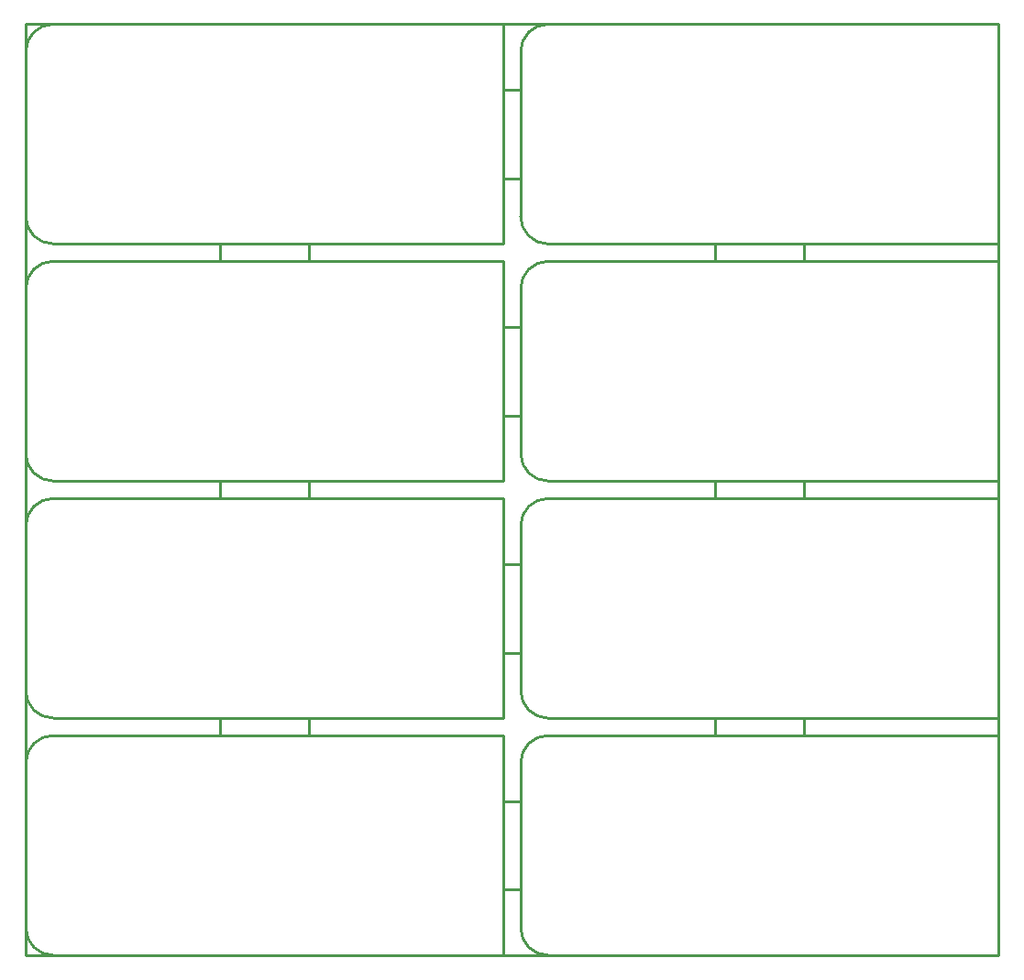
<source format=gko>
G04 Layer: BoardOutline*
G04 EasyEDA v6.3.53, 2020-06-17T01:54:55+02:00*
G04 e9d571a3f1504c91a96fab9e56f28b91,9eabfb72a9474bef872f988307f0334b,10*
G04 Gerber Generator version 0.2*
G04 Scale: 100 percent, Rotated: No, Reflected: No *
G04 Dimensions in millimeters *
G04 leading zeros omitted , absolute positions ,3 integer and 3 decimal *
%FSLAX33Y33*%
%MOMM*%
G90*
G71D02*

%ADD10C,0.254000*%
G54D10*
G01X2540Y86079D02*
G01X44107Y86079D01*
G01X44107Y65759D01*
G01X2540Y65759D01*
G01X0Y83539D02*
G01X0Y68299D01*
G75*
G01X2540Y86080D02*
G03X0Y83540I0J-2540D01*
G01*
G75*
G01X0Y68300D02*
G03X2540Y65760I2540J0D01*
G01*
G01X48247Y86079D02*
G01X89814Y86079D01*
G01X89814Y65759D01*
G01X48247Y65759D01*
G01X45707Y83539D02*
G01X45707Y68299D01*
G75*
G01X48247Y86080D02*
G03X45707Y83540I0J-2540D01*
G01*
G75*
G01X45707Y68300D02*
G03X48247Y65760I2540J0D01*
G01*
G01X2540Y64159D02*
G01X44107Y64159D01*
G01X44107Y43839D01*
G01X2540Y43839D01*
G01X0Y61619D02*
G01X0Y46379D01*
G75*
G01X2540Y64160D02*
G03X0Y61620I0J-2540D01*
G01*
G75*
G01X0Y46380D02*
G03X2540Y43840I2540J0D01*
G01*
G01X48247Y64159D02*
G01X89814Y64159D01*
G01X89814Y43839D01*
G01X48247Y43839D01*
G01X45707Y61619D02*
G01X45707Y46379D01*
G75*
G01X48247Y64160D02*
G03X45707Y61620I0J-2540D01*
G01*
G75*
G01X45707Y46380D02*
G03X48247Y43840I2540J0D01*
G01*
G01X2540Y42239D02*
G01X44107Y42239D01*
G01X44107Y21919D01*
G01X2540Y21919D01*
G01X0Y39699D02*
G01X0Y24459D01*
G75*
G01X2540Y42240D02*
G03X0Y39700I0J-2540D01*
G01*
G75*
G01X0Y24460D02*
G03X2540Y21920I2540J0D01*
G01*
G01X48247Y42239D02*
G01X89814Y42239D01*
G01X89814Y21919D01*
G01X48247Y21919D01*
G01X45707Y39699D02*
G01X45707Y24459D01*
G75*
G01X48247Y42240D02*
G03X45707Y39700I0J-2540D01*
G01*
G75*
G01X45707Y24460D02*
G03X48247Y21920I2540J0D01*
G01*
G01X2540Y20320D02*
G01X44107Y20320D01*
G01X44107Y0D01*
G01X2540Y0D01*
G01X0Y17780D02*
G01X0Y2540D01*
G75*
G01X2540Y20320D02*
G03X0Y17780I0J-2540D01*
G01*
G75*
G01X0Y2540D02*
G03X2540Y0I2540J0D01*
G01*
G01X48247Y20320D02*
G01X89814Y20320D01*
G01X89814Y0D01*
G01X48247Y0D01*
G01X45707Y17780D02*
G01X45707Y2540D01*
G75*
G01X48247Y20320D02*
G03X45707Y17780I0J-2540D01*
G01*
G75*
G01X45707Y2540D02*
G03X48247Y0I2540J0D01*
G01*
G01X0Y86079D02*
G01X89814Y86079D01*
G01X89814Y0D01*
G01X0Y0D01*
G01X0Y86079D01*
G01X17953Y64159D02*
G01X17953Y65759D01*
G01X26153Y64159D02*
G01X26153Y65759D01*
G01X63660Y64159D02*
G01X63660Y65759D01*
G01X71860Y64159D02*
G01X71860Y65759D01*
G01X17953Y42239D02*
G01X17953Y43839D01*
G01X26153Y42239D02*
G01X26153Y43839D01*
G01X63660Y42239D02*
G01X63660Y43839D01*
G01X71860Y42239D02*
G01X71860Y43839D01*
G01X17953Y20320D02*
G01X17953Y21919D01*
G01X26153Y20320D02*
G01X26153Y21919D01*
G01X63660Y20320D02*
G01X63660Y21919D01*
G01X71860Y20320D02*
G01X71860Y21919D01*
G01X45707Y80020D02*
G01X44107Y80020D01*
G01X45707Y71819D02*
G01X44107Y71819D01*
G01X45707Y58100D02*
G01X44107Y58100D01*
G01X45707Y49899D02*
G01X44107Y49899D01*
G01X45707Y36180D02*
G01X44107Y36180D01*
G01X45707Y27979D02*
G01X44107Y27979D01*
G01X45707Y14260D02*
G01X44107Y14260D01*
G01X45707Y6059D02*
G01X44107Y6059D01*

%LPD*%
M00*
M02*

</source>
